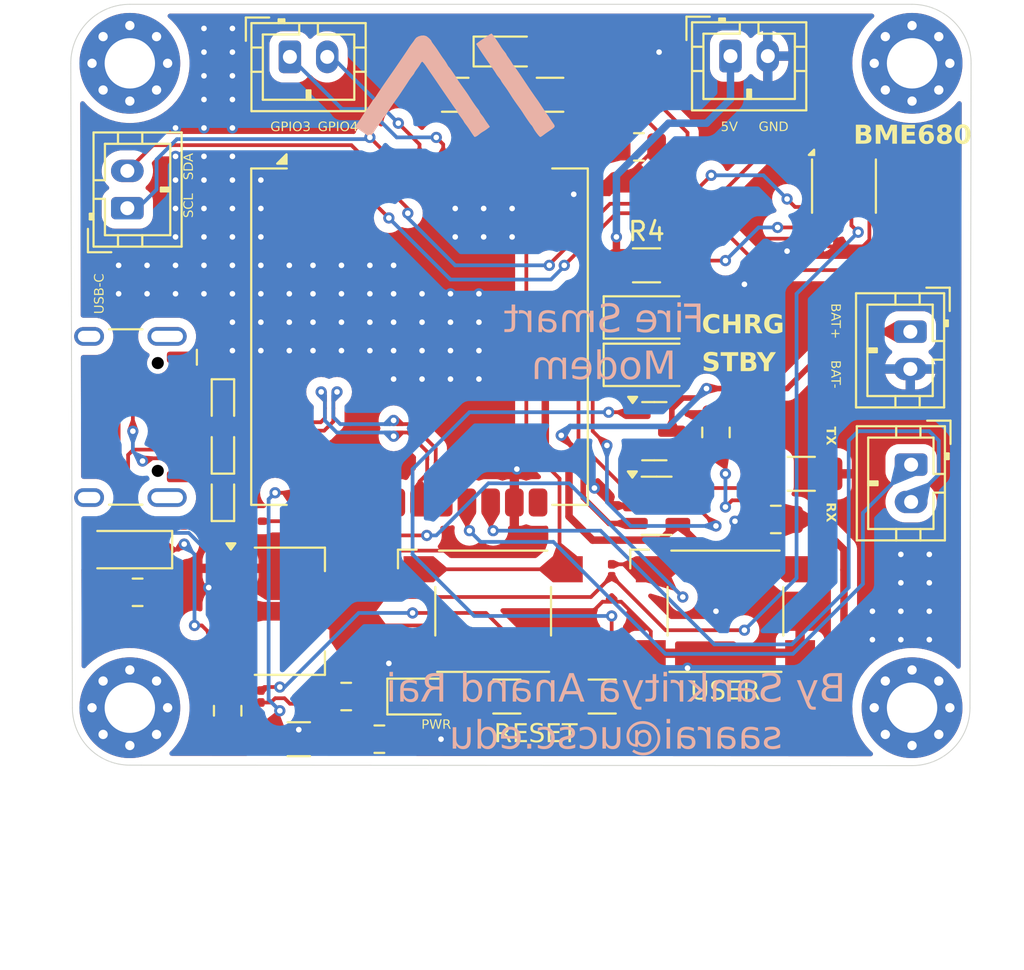
<source format=kicad_pcb>
(kicad_pcb (version 20240108) (generator "pcbnew") (generator_version "8.0")
  (layers (0 "F.Cu" signal) (31 "B.Cu" signal) (34 "B.Paste" user) (35 "F.Paste" user) (36 "B.SilkS" user "B.Silkscreen") (37 "F.SilkS" user "F.Silkscreen") (38 "B.Mask" user) (39 "F.Mask" user) (44 "Edge.Cuts" user))
  (net 0 "")
  (net 1 "5V")
  (net 2 "GND")
  (net 3 "3v3")
  (net 4 "CHIP_PU")
  (net 5 "Net-(U1-GPIO0)")
  (net 6 "Net-(U1-GPIO1)")
  (net 7 "Net-(U1-VDD)")
  (net 8 "Net-(D1-A2)")
  (net 9 "D-")
  (net 10 "D+")
  (net 11 "Net-(D5-K)")
  (net 12 "Net-(D5-A)")
  (net 13 "Net-(D6-K)")
  (net 14 "Net-(D7-A)")
  (net 17 "Net-(J1-CC1)")
  (net 18 "Net-(J1-CC2)")
  (net 19 "VBATT")
  (net 20 "TX")
  (net 21 "RX")
  (net 22 "Net-(Q1-G)")
  (net 23 "Net-(U2-PROG)")
  (net 24 "GPIO9")
  (net 25 "SCL")
  (net 26 "SDA")
  (net 28 "unconnected-(U1-GPIO8-Pad16)")
  (net 33 "GPIO3")
  (net 34 "GPIO4")
  (footprint "Resistor_SMD:R_0201_0603Metric" (layer "F.Cu") (at 99.822 81.28)
    (property "Reference" "R2" (hide yes))
    (property "Value" "5k1")
  )
  (footprint "Capacitor_SMD:C_0805_2012Metric" (layer "F.Cu") (at 108.204 90.424 180)
    (property "Reference" "C6" (hide yes))
    (property "Value" "10uF")
  )
  (footprint "Connector_JST:JST_PH_B2B-PH-K_1x02_P2.00mm_Vertical" (layer "F.Cu") (at 96.478 64.246 90)
    (property "Reference" "J6" (hide yes))
    (property "Value" "RX_TX")
  )
  (footprint "Fuse:Fuse_1206_3216Metric_Pad1.42x1.75mm_HandSolder" (layer "F.Cu") (at 105.664 92.71 180)
    (property "Reference" "F2" (hide yes))
    (property "Value" "6V/500mA")
  )
  (footprint "MountingHole:MountingHole_2.7mm_M2.5_Pad_Via" (layer "F.Cu") (at 138.522109 56.480109)
    (property "Reference" "H3" (hide yes))
    (property "Value" "MountingHole")
  )
  (footprint "Resistor_SMD:R_1206_3216Metric_Pad1.30x1.75mm_HandSolder" (layer "F.Cu") (at 121.92 90.424)
    (property "Reference" "R5" (hide yes))
    (property "Value" "1k")
  )
  (footprint "Capacitor_SMD:C_0201_0603Metric" (layer "F.Cu") (at 132.842 65.532 90)
    (property "Reference" "C14" (hide yes))
    (property "Value" "0.1uF")
  )
  (footprint "RF_Module:Heltec_HT-CT62" (layer "F.Cu") (at 112.1325 71.133)
    (property "Reference" "U1" (hide yes))
    (property "Value" "HT-CT62")
  )
  (footprint "Resistor_SMD:R_0201_0603Metric" (layer "F.Cu") (at 119.217 60.198)
    (property "Reference" "R7" (hide yes))
    (property "Value" "10k")
  )
  (footprint "MountingHole:MountingHole_2.7mm_M2.5_Pad_Via" (layer "F.Cu") (at 96.612109 56.480109)
    (property "Reference" "H1" (hide yes))
    (property "Value" "MountingHole")
  )
  (footprint "Resistor_SMD:R_0201_0603Metric" (layer "F.Cu") (at 126.492 65.09 -90)
    (property "Reference" "R10" (hide yes))
    (property "Value" "4.7k")
  )
  (footprint "Button_Switch_SMD:SW_SPST_Omron_B3FS-100xP" (layer "F.Cu") (at 116.078 85.852)
    (property "Reference" "SW2" (hide yes))
    (property "Value" "SW_Push")
  )
  (footprint "Diode_SMD:D_0805_2012Metric_Pad1.15x1.40mm_HandSolder" (layer "F.Cu") (at 112.268 90.424)
    (property "Reference" "D7" (hide yes))
    (property "Value" "PWR_LED")
  )
  (footprint "Diode_SMD:D_SOD-523" (layer "F.Cu") (at 101.6 77.216 90)
    (property "Reference" "D4" (hide yes))
    (property "Value" "LESD5D5.0CT1G")
  )
  (footprint "Package_LGA:Bosch_LGA-8_3x3mm_P0.8mm_ClockwisePinNumbering" (layer "F.Cu") (at 134.874 62.992)
    (property "Reference" "U4" (hide yes))
    (property "Value" "BME680")
  )
  (footprint "Crystal:Crystal_SMD_2012-2Pin_2.0x1.2mm_HandSoldering" (layer "F.Cu") (at 116.682311 55.847524)
    (property "Reference" "Y1" (hide yes))
    (property "Value" "32.768Khz")
  )
  (footprint "Capacitor_SMD:C_0805_2012Metric" (layer "F.Cu") (at 123.886 60.96 180)
    (property "Reference" "C10" (hide yes))
    (property "Value" "1uF")
  )
  (footprint "Connector_JST:JST_PH_B2B-PH-K_1x02_P2.00mm_Vertical" (layer "F.Cu") (at 138.472 77.994 -90)
    (property "Reference" "J3" (hide yes))
    (property "Value" "RX_TX")
  )
  (footprint "Resistor_SMD:R_1206_3216Metric" (layer "F.Cu") (at 124.2955 67.31)
    (property "Reference" "R4")
    (property "Value" "1k")
  )
  (footprint "Capacitor_SMD:C_0805_2012Metric" (layer "F.Cu") (at 97.028 84.836)
    (property "Reference" "C1" (hide yes))
    (property "Value" "10uF")
  )
  (footprint "Diode_SMD:D_SOD-523" (layer "F.Cu") (at 101.6 74.676 -90)
    (property "Reference" "D3" (hide yes))
    (property "Value" "LESD5D5.0CT1G")
  )
  (footprint "Connector_USB:USB_C_Receptacle_HCTL_HC-TYPE-C-16P-01A" (layer "F.Cu") (at 95.504 75.438 -90)
    (property "Reference" "J1" (hide yes))
    (property "Value" "USB_C_Receptacle_USB2.0_16P")
  )
  (footprint "Capacitor_SMD:C_0201_0603Metric" (layer "F.Cu") (at 103.632 90.424 -90)
    (property "Reference" "C5" (hide yes))
    (property "Value" "0.1uF")
  )
  (footprint "Connector_JST:JST_PH_B2B-PH-K_1x02_P2.00mm_Vertical" (layer "F.Cu") (at 138.43 70.866 -90)
    (property "Reference" "J2" (hide yes))
    (property "Value" "JST_BATT_CONN")
  )
  (footprint "LED_SMD:LED_1206_3216Metric_Pad1.42x1.75mm_HandSolder" (layer "F.Cu") (at 124.46 72.644)
    (property "Reference" "D6" (hide yes))
    (property "Value" "LED")
  )
  (footprint "Resistor_SMD:R_0201_0603Metric" (layer "F.Cu") (at 122.428 83.657 -90)
    (property "Reference" "R8" (hide yes))
    (property "Value" "10k")
  )
  (footprint "Capacitor_SMD:C_1206_3216Metric_Pad1.33x1.80mm_HandSolder" (layer "F.Cu") (at 119.126 58.166 180)
    (property "Reference" "C11" (hide yes))
    (property "Value" "22pF")
  )
  (footprint "MountingHole:MountingHole_2.7mm_M2.5_Pad_Via" (layer "F.Cu") (at 138.522109 91.024109)
    (property "Reference" "H2" (hide yes))
    (property "Value" "MountingHole")
  )
  (footprint "Capacitor_SMD:C_0805_2012Metric" (layer "F.Cu") (at 128.016 76.266 90)
    (property "Reference" "C3" (hide yes))
    (property "Value" "1uF")
  )
  (footprint "Resistor_SMD:R_1206_3216Metric_Pad1.30x1.75mm_HandSolder" (layer "F.Cu") (at 116.814 90.424 180)
    (property "Reference" "R6" (hide yes))
    (property "Value" "1k")
  )
  (footprint "Capacitor_SMD:C_0201_0603Metric" (layer "F.Cu") (at 105.918 90.49 -90)
    (property "Reference" "C7" (hide yes))
    (property "Value" "0.1uF")
  )
  (footprint "Capacitor_SMD:C_0805_2012Metric" (layer "F.Cu") (at 131.2225 80.933)
    (property "Reference" "C2" (hide yes))
    (property "Value" "10uF")
  )
  (footprint "Capacitor_SMD:C_0201_0603Metric" (layer "F.Cu") (at 121.158 60.198)
    (property "Reference" "C9" (hide yes))
    (property "Value" "0.1uF")
  )
  (footprint "Button_Switch_SMD:SW_SPST_Omron_B3FS-100xP" (layer "F.Cu") (at 128.524 85.852)
    (property "Reference" "SW1" (hide yes))
    (property "Value" "SW_Push")
  )
  (footprint "Resistor_SMD:R_0201_0603Metric" (layer "F.Cu") (at 126.492 63.5 90)
    (property "Reference" "R9" (hide yes))
    (property "Value" "4.7k")
  )
  (footprint "Diode_SMD:D_SOD-523" (layer "F.Cu") (at 101.6 79.756 90)
    (property "Reference" "D1" (hide yes))
    (property "Value" "LESD5D5.0CT1G")
  )
  (footprint "Package_TO_SOT_SMD:SOT-223-3_TabPin2" (layer "F.Cu") (at 105.156 85.852)
    (property "Reference" "U3" (hide yes))
    (property "Value" "AMS1117-3.3")
  )
  (footprint "MountingHole:MountingHole_2.7mm_M2.5_Pad_Via" (layer "F.Cu") (at 96.612109 91.024109)
    (property "Reference" "H4" (hide yes))
    (property "Value" "MountingHole")
  )
  (footprint "Package_TO_SOT_SMD:SOT-23" (layer "F.Cu") (at 124.714 76.2)
    (property "Reference" "Q1" (hide yes))
    (property "Value" "AO3401A")
  )
  (footprint "Connector_JST:JST_PH_B2B-PH-K_1x02_P2.00mm_Vertical" (layer "F.Cu") (at 128.794 56.092)
    (property "Reference" "J5" (hide yes))
    (property "Value" "5V")
  )
  (footprint "Capacitor_SMD:C_0805_2012Metric" (layer "F.Cu") (at 101.854 91.186 90)
    (property "Reference" "C4" (hide yes))
    (property "Value" "10uF")
  )
  (footprint "Resistor_SMD:R_0201_0603Metric" (layer "F.Cu") (at 101.345 72.644 90)
    (property "Reference" "R1" (hide yes))
    (property "Value" "5k1")
  )
  (footprint "Diode_SMD:D_SOD-123" (layer "F.Cu") (at 96.52 82.55 180)
    (property "Reference" "D2" (hide yes))
    (property "Value" "1N5819HW-7-F")
  )
  (footprint "Connector_JST:JST_PH_B2B-PH-K_1x02_P2.00mm_Vertical" (layer "F.Cu") (at 105.188 56.134)
    (property "Reference" "J4" (hide yes))
    (property "Value" "FREE_PINS")
  )
  (footprint "LED_SMD:LED_1206_3216Metric_Pad1.42x1.75mm_HandSolder" (layer "F.Cu") (at 124.46 70.104)
    (property "Reference" "D5" (hide yes))
    (property "Value" "LED")
  )
  (footprint "Capacitor_SMD:C_0805_2012Metric" (layer "F.Cu") (at 109.982 92.71)
    (property "Reference" "C8" (hide yes))
    (property "Value" "10uF")
  )
  (footprint "Capacitor_SMD:C_0201_0603Metric" (layer "F.Cu") (at 133.604 65.532 -90)
    (property "Reference" "C15" (hide yes))
    (property "Value" "0.1uF")
  )
  (footprint "Package_TO_SOT_SMD:TSOT-23-6" (layer "F.Cu") (at 124.8355 80.198)
    (property "Reference" "U2" (hide yes))
    (property "Value" "TP4057")
  )
  (footprint "Resistor_SMD:R_1206_3216Metric_Pad1.30x1.75mm_HandSolder" (layer "F.Cu") (at 132.588 78.486)
    (property "Reference" "R3" (hide yes))
    (property "Value" "2k")
  )
  (footprint "Capacitor_SMD:C_1206_3216Metric_Pad1.33x1.80mm_HandSolder" (layer "F.Cu") (at 114.046 58.166)
    (property "Reference" "C12" (hide yes))
    (property "Value" "22pF")
  )
  (footprint "Capacitor_SMD:C_0201_0603Metric" (layer "F.Cu") (at 103.378 81.026)
    (property "Reference" "C13" (hide yes))
    (property "Value" "0.1uF")
  )
  (footprint "LOGO" (layer "B.Cu") (at 114.046 57.658 180)
    (property "Reference" "G***" (hide yes))
    (property "Value" "LOGO" (hide yes))
  )
  (gr_arc (start 138.522109 53.31678) (mid 140.75892 54.243298) (end 141.685438 56.480109) (stroke (width 0.05)) (layer "Edge.Cuts"))
  (gr_line (start 141.685438 56.480109) (end 141.624739 91.024109) (stroke (width 0.05)) (layer "Edge.Cuts"))
  (gr_line (start 96.612109 53.31678) (end 138.522109 53.31678) (stroke (width 0.05)) (layer "Edge.Cuts"))
  (gr_line (start 93.533855 91.024109) (end 93.44878 56.480109) (stroke (width 0.05)) (layer "Edge.Cuts"))
  (gr_line (start 96.612109 94.102363) (end 138.522109 94.126739) (stroke (width 0.05)) (layer "Edge.Cuts"))
  (gr_arc (start 141.624739 91.024109) (mid 140.716 93.218) (end 138.522109 94.126739) (stroke (width 0.05)) (layer "Edge.Cuts"))
  (gr_arc (start 93.44878 56.480109) (mid 94.375298 54.243298) (end 96.612109 53.31678) (stroke (width 0.05)) (layer "Edge.Cuts"))
  (gr_arc (start 96.612109 94.102363) (mid 94.435455 93.200763) (end 93.533855 91.024109) (stroke (width 0.05)) (layer "Edge.Cuts"))
  (gr_text "Fire Smart\nModem" (at 122.01 71.524 0) (layer "B.SilkS") (effects (font (size 1.5 1.5)) (justify mirror)))
  (gr_text "By Sankritya Anand Rai\nsaarai@ucsc.edu" (at 122.647064 91.334 0) (layer "B.SilkS") (effects (font (size 1.5 1.5)) (justify mirror)))
  (gr_text "BAT+" (at 134.112 69.342 -90) (layer "F.SilkS") (effects (font (size 0.5 0.5) (thickness 0.125)) (justify left bottom)))
  (gr_text "CHRG" (at 127.254 71.12 0) (layer "F.SilkS") (effects (font (size 1 1) (thickness 0.25) (bold yes)) (justify left bottom)))
  (gr_text "BME680" (at 135.382 60.96 0) (layer "F.SilkS") (effects (font (size 1 1) (thickness 0.25) (bold yes)) (justify left bottom)))
  (gr_text "GPIO3" (at 104.14 60.198 0) (layer "F.SilkS") (effects (font (size 0.5 0.5) (thickness 0.125)) (justify left bottom)))
  (gr_text "GND" (at 130.302 60.198 0) (layer "F.SilkS") (effects (font (size 0.5 0.5) (thickness 0.125)) (justify left bottom)))
  (gr_text "RESET" (at 118.364 92.456 0) (layer "F.SilkS") (effects (font (size 1 1))))
  (gr_text "USER" (at 128.524 90.17 0) (layer "F.SilkS") (effects (font (size 1 1))))
  (gr_text "SDA" (at 100.076 62.738 90) (layer "F.SilkS") (effects (font (size 0.5 0.5) (thickness 0.125)) (justify left bottom)))
  (gr_text "PWR" (at 113.03 91.948 0) (layer "F.SilkS") (effects (font (size 0.5 0.5) (thickness 0.125))))
  (gr_text "TX" (at 133.858 75.946 270) (layer "F.SilkS") (effects (font (size 0.5 0.5) (thickness 0.125) (bold yes)) (justify left bottom)))
  (gr_text "RX" (at 133.858 80.01 -90) (layer "F.SilkS") (effects (font (size 0.5 0.5) (thickness 0.125) (bold yes)) (justify left bottom)))
  (gr_text "GPIO4" (at 106.68 60.198 0) (layer "F.SilkS") (effects (font (size 0.5 0.5) (thickness 0.125)) (justify left bottom)))
  (gr_text "STBY" (at 127.254 73.152 0) (layer "F.SilkS") (effects (font (size 1 1) (thickness 0.25) (bold yes)) (justify left bottom)))
  (gr_text "USB-C" (at 94.996 68.834 90) (layer "F.SilkS") (effects (font (size 0.5 0.5) (thickness 0.125))))
  (gr_text "5V" (at 128.27 60.198 0) (layer "F.SilkS") (effects (font (size 0.5 0.5) (thickness 0.125)) (justify left bottom)))
  (gr_text "SCL" (at 100.076 64.77 90) (layer "F.SilkS") (effects (font (size 0.5 0.5) (thickness 0.125)) (justify left bottom)))
  (gr_text "BAT-" (at 134.112 72.39 -90) (layer "F.SilkS") (effects (font (size 0.5 0.5) (thickness 0.125)) (justify left bottom)))
  (segment (start 104.648 89.916) (end 103.82 89.916) (width 0.2) (layer "F.Cu") (net 1))
  (segment (start 97.978 82.742) (end 98.17 82.55) (width 0.2) (layer "F.Cu") (net 1))
  (segment (start 125.079 82.042) (end 125.973 81.148) (width 0.4) (layer "F.Cu") (net 1))
  (segment (start 132.1725 80.933) (end 131.1475 79.908) (width 0.2) (layer "F.Cu") (net 1))
  (segment (start 130.8095 82.296) (end 132.1725 80.933) (width 0.4) (layer "F.Cu") (net 1))
  (segment (start 134.874 82.55) (end 134.874 83.6345) (width 0.4) (layer "F.Cu") (net 1))
  (segment (start 134.874 90.17) (end 133.604 91.44) (width 0.4) (layer "F.Cu") (net 1))
  (segment (start 120.173744 90.424) (end 115.693744 85.944) (width 0.2) (layer "F.Cu") (net 1))
  (segment (start 127.121 82.296) (end 130.8095 82.296) (width 0.4) (layer "F.Cu") (net 1))
  (segment (start 103.82 89.916) (end 103.632 90.104) (width 0.2) (layer "F.Cu") (net 1))
  (segment (start 101.854 88.304) (end 102.006 88.152) (width 0.2) (layer "F.Cu") (net 1))
  (segment (start 122.833 67.31) (end 121.92 67.31) (width 0.4) (layer "F.Cu") (net 1))
  (segment (start 118.872 76.962) (end 120.142 78.232) (width 0.4) (layer "F.Cu") (net 1))
  (segment (start 99.524735 82.252735) (end 99.22747 82.55) (width 0.2) (layer "F.Cu") (net 1))
  (segment (start 127.508 91.44) (end 126.746 92.202) (width 0.4) (layer "F.Cu") (net 1))
  (segment (start 125.973 81.148) (end 127.121 82.296) (width 0.4) (layer "F.Cu") (net 1))
  (segment (start 115.693744 85.944) (end 111.76 85.944) (width 0.2) (layer "F.Cu") (net 1))
  (segment (start 131.1475 79.908) (end 128.88 79.908) (width 0.2) (layer "F.Cu") (net 1))
  (segment (start 128.524 78.486) (end 128.524 77.724) (width 0.2) (layer "F.Cu") (net 1))
  (segment (start 126.746 92.202) (end 122.148 92.202) (width 0.4) (layer "F.Cu") (net 1))
  (segment (start 120.142 78.232) (end 120.142 80.772) (width 0.4) (layer "F.Cu") (net 1))
  (segment (start 97.978 84.836) (end 97.978 82.742) (width 0.2) (layer "F.Cu") (net 1))
  (segment (start 101.986 90.104) (end 101.854 90.236) (width 0.2) (layer "F.Cu") (net 1))
  (segment (start 133.257 80.933) (end 134.874 82.55) (width 0.4) (layer "F.Cu") (net 1))
  (segment (start 128.88 79.908) (end 128.524 80.264) (width 0.2) (layer "F.Cu") (net 1))
  (segment (start 120.142 80.772) (end 121.412 82.042) (width 0.4) (layer "F.Cu") (net 1))
  (segment (start 100.468 86.614) (end 100.076 86.614) (width 0.2) (layer "F.Cu") (net 1))
  (segment (start 122.148 92.202) (end 120.37 90.424) (width 0.4) (layer "F.Cu") (net 1))
  (segment (start 121.92 67.31) (end 118.872 70.358) (width 0.4) (layer "F.Cu") (net 1))
  (segment (start 102.006 88.152) (end 100.468 86.614) (width 0.2) (layer "F.Cu") (net 1))
  (segment (start 128.524 77.724) (end 128.016 77.216) (width 0.2) (layer "F.Cu") (net 1))
  (segment (start 133.604 91.44) (end 127.508 91.44) (width 0.4) (layer "F.Cu") (net 1))
  (segment (start 134.874 83.6345) (end 134.874 90.17) (width 0.4) (layer "F.Cu") (net 1))
  (segment (start 123.7765 77.15) (end 127.95 77.15) (width 0.2) (layer "F.Cu") (net 1))
  (segment (start 121.412 82.042) (end 125.079 82.042) (width 0.4) (layer "F.Cu") (net 1))
  (segment (start 122.682 65.786) (end 122.682 67.159) (width 0.4) (layer "F.Cu") (net 1))
  (segment (start 103.632 90.104) (end 101.986 90.104) (width 0.2) (layer "F.Cu") (net 1))
  (segment (start 127.95 77.15) (end 128.016 77.216) (width 0.2) (layer "F.Cu") (net 1))
  (segment (start 132.1725 80.933) (end 133.257 80.933) (width 0.4) (layer "F.Cu") (net 1))
  (segment (start 120.37 90.424) (end 120.173744 90.424) (width 0.2) (layer "F.Cu") (net 1))
  (segment (start 118.872 70.358) (end 118.872 76.962) (width 0.4) (layer "F.Cu") (net 1))
  (segment (start 98.17 83.12) (end 98.17 82.55) (width 0.2) (layer "F.Cu") (net 1))
  (segment (start 99.22747 82.55) (end 98.17 82.55) (width 0.2) (layer "F.Cu") (net 1))
  (segment (start 122.682 67.159) (end 122.833 67.31) (width 0.4) (layer "F.Cu") (net 1))
  (segment (start 101.854 90.236) (end 101.854 88.304) (width 0.2) (layer "F.Cu") (net 1))
  (via (at 111.76 85.944) (size 0.6) (drill 0.3) (layers "F.Cu" "B.Cu") (net 1))
  (via (at 104.648 89.916) (size 0.6) (drill 0.3) (layers "F.Cu" "B.Cu") (net 1))
  (via (at 128.524 78.486) (size 0.6) (drill 0.3) (layers "F.Cu" "B.Cu") (net 1))
  (via (at 122.682 65.786) (size 0.6) (drill 0.3) (layers "F.Cu" "B.Cu") (net 1))
  (via (at 128.524 80.264) (size 0.6) (drill 0.3) (layers "F.Cu" "B.Cu") (net 1))
  (via (at 99.524735 82.252735) (size 0.6) (drill 0.3) (layers "F.Cu" "B.Cu") (net 1))
  (via (at 100.076 86.614) (size 0.6) (drill 0.3) (layers "F.Cu" "B.Cu") (net 1))
  (segment (start 128.794 58.404) (end 128.794 56.092) (width 0.4) (layer "B.Cu") (net 1))
  (segment (start 122.682 65.786) (end 122.682 62.484) (width 0.4) (layer "B.Cu") (net 1))
  (segment (start 125.476 59.69) (end 127.508 59.69) (width 0.4) (layer "B.Cu") (net 1))
  (segment (start 99.524735 82.252735) (end 100.076 82.804) (width 0.2) (layer "B.Cu") (net 1))
  (segment (start 100.076 82.804) (end 100.076 86.614) (width 0.2) (layer "B.Cu") (net 1))
  (segment (start 127.508 59.69) (end 128.794 58.404) (width 0.4) (layer "B.Cu") (net 1))
  (segment (start 108.874 85.944) (end 111.76 85.944) (width 0.2) (layer "B.Cu") (net 1))
  (segment (start 104.902 89.916) (end 108.874 85.944) (width 0.2) (layer "B.Cu") (net 1))
  (segment (start 104.648 89.916) (end 104.902 89.916) (width 0.2) (layer "B.Cu") (net 1))
  (segment (start 122.682 62.484) (end 125.476 59.69) (width 0.4) (layer "B.Cu") (net 1))
  (segment (start 128.524 80.264) (end 128.524 78.486) (width 0.2) (layer "B.Cu") (net 1))
  (segment (start 106.172 77.724) (end 107.0525 78.6045) (width 0.2) (layer "F.Cu") (net 2))
  (segment (start 104.14 77.724) (end 106.172 77.724) (width 0.2) (layer "F.Cu") (net 2))
  (segment (start 130.394 65.878) (end 132.816 65.878) (width 0.2) (layer "F.Cu") (net 2))
  (segment (start 136.074 63.917001) (end 135.685842 63.528843) (width 0.2) (layer "F.Cu") (net 2))
  (segment (start 110.49 88.646) (end 111.534 88.646) (width 0.2) (layer "F.Cu") (net 2))
  (segment (start 103.058 81.026) (end 102.964 80.932) (width 0.2) (layer "F.Cu") (net 2))
  (segment (start 110.932 92.71) (end 110.932 90.735) (width 0.2) (layer "F.Cu") (net 2))
  (segment (start 104.171471 90.744) (end 104.399471 90.516) (width 0.2) (layer "F.Cu") (net 2))
  (segment (start 135.685842 63.528843) (end 134.862158 63.528843) (width 0.2) (layer "F.Cu") (net 2))
  (segment (start 101.6 80.456) (end 102.488 80.456) (width 0.2) (layer "F.Cu") (net 2))
  (segment (start 121.936 85.344) (end 120.078 87.202) (width 0.2) (layer "F.Cu") (net 2))
  (segment (start 113.284 92.71) (end 110.932 92.71) (width 0.2) (layer "F.Cu") (net 2))
  (segment (start 102.964 80.932) (end 102.964 78.9) (width 0.2) (layer "F.Cu") (net 2))
  (segment (start 136.074 64.1795) (end 136.236 64.3415) (width 0.2) (layer "F.Cu") (net 2))
  (segment (start 134.474 63.917001) (end 134.474 64.1795) (width 0.2) (layer "F.Cu") (net 2))
  (segment (start 117.2125 81.6695) (end 117.2125 80.023) (width 0.2) (layer "F.Cu") (net 2))
  (segment (start 122.296 63.5) (end 120.396 63.5) (width 0.2) (layer "F.Cu") (net 2))
  (segment (start 116.28 82.602) (end 117.2125 81.6695) (width 0.2) (layer "F.Cu") (net 2))
  (segment (start 120.078 87.202) (end 120.078 88.102) (width 0.2) (layer "F.Cu") (net 2))
  (segment (start 129.125 80.933) (end 129.032 81.026) (width 0.2) (layer "F.Cu") (net 2))
  (segment (start 110.49 88.646) (end 109.154 89.982) (width 0.2) (layer "F.Cu") (net 2))
  (segment (start 124.836 60.066) (end 124.836 60.96) (width 0.2) (layer "F.Cu") (net 2))
  (segment (start 102.006 83.552) (end 102.956 82.602) (width 0.2) (layer "F.Cu") (net 2))
  (segment (start 101.6 80.456) (end 100.966 80.456) (width 0.2) (layer "F.Cu") (net 2))
  (segment (start 122.24 59.436) (end 124.206 59.436) (width 0.2) (layer "F.Cu") (net 2))
  (segment (start 110.932 90.735) (end 111.243 90.424) (width 0.2) (layer "F.Cu") (net 2))
  (segment (start 111.534 88.646) (end 112.078 88.102) (width 0.2) (layer "F.Cu") (net 2))
  (segment (start 100.976 84.582) (end 102.006 83.552) (width 0.2) (layer "F.Cu") (net 2))
  (segment (start 124.524 86.932) (end 122.936 85.344) (width 0.2) (layer "F.Cu") (net 2))
  (segment (start 102.488 80.456) (end 103.058 81.026) (width 0.2) (layer "F.Cu") (net 2))
  (segment (start 134.862158 63.528843) (end 134.474 63.917001) (width 0.2) (layer "F.Cu") (net 2))
  (segment (start 105.918 91.948) (end 105.664 92.202) (width 0.2) (layer "F.Cu") (net 2))
  (segment (start 107.0525 78.6045) (end 107.0525 80.023) (width 0.2) (layer "F.Cu") (net 2))
  (segment (start 102.956 82.602) (end 116.28 82.602) (width 0.2) (layer "F.Cu") (net 2))
  (segment (start 132.842 65.852) (end 133.604 65.852) (width 0.2) (layer "F.Cu") (net 2))
  (segment (start 110.49 88.646) (end 111.243 89.399) (width 0.2) (layer "F.Cu") (net 2))
  (segment (start 124.524 88.102) (end 124.524 86.932) (width 0.2) (layer "F.Cu") (net 2))
  (segment (start 100.191448 78.638) (end 101.6 80.046552) (width 0.2) (layer "F.Cu") (net 2))
  (segment (start 101.854 92.136) (end 103.246 90.744) (width 0.2) (layer "F.Cu") (net 2))
  (segment (start 136.236 65.948) (end 135.89 66.294) (width 0.2) (layer "F.Cu") (net 2))
  (segment (start 133.674 61.8045) (end 131.4895 61.8045) (width 0.2) (layer "F.Cu") (net 2))
  (segment (start 122.454 80.198) (end 121.504 79.248) (width 0.2) (layer "F.Cu") (net 2))
  (segment (start 134.046 66.294) (end 133.604 65.852) (width 0.2) (layer "F.Cu") (net 2))
  (segment (start 132.522 65.852) (end 132.842 65.852) (width 0.2) (layer "F.Cu") (net 2))
  (segment (start 135.89 66.294) (end 134.046 66.294) (width 0.2) (layer "F.Cu") (net 2))
  (segment (start 103.632 90.744) (end 104.171471 90.744) (width 0.2) (layer "F.Cu") (net 2))
  (segment (start 102.964 78.9) (end 104.14 77.724) (width 0.2) (layer "F.Cu") (net 2))
  (segment (start 124.836 60.96) (end 122.296 63.5) (width 0.2) (layer "F.Cu") (net 2))
  (segment (start 105.190529 90.81) (end 105.918 90.81) (width 0.2) (layer "F.Cu") (net 2))
  (segment (start 122.936 85.344) (end 121.936 85.344) (width 0.2) (layer "F.Cu") (net 2))
  (segment (start 130.048 63.246) (end 130.048 65.532) (width 0.2) (layer "F.Cu") (net 2))
  (segment (start 104.896529 90.516) (end 105.190529 90.81) (width 0.2) (layer "F.Cu") (net 2))
  (segment (start 131.4895 61.8045) (end 130.048 63.246) (width 0.2) (layer "F.Cu") (net 2))
  (segment (start 121.478 60.198) (end 122.24 59.436) (width 0.2) (layer "F.Cu") (net 2))
  (segment (start 109.154 89.982) (end 109.154 90.424) (width 0.2) (layer "F.Cu") (net 2))
  (segment (start 130.2725 80.933) (end 129.125 80.933) (width 0.2) (layer "F.Cu") (net 2))
  (segment (start 124.206 59.436) (end 124.836 60.066) (width 0.2) (layer "F.Cu") (net 2))
  (segment (start 136.236 64.3415) (end 136.236 65.948) (width 0.2) (layer "F.Cu") (net 2))
  (segment (start 130.048 65.532) (end 130.394 65.878) (width 0.2) (layer "F.Cu") (net 2))
  (segment (start 123.698 80.198) (end 122.454 80.198) (width 0.2) (layer "F.Cu") (net 2))
  (segment (start 132.816 65.878) (end 132.842 65.852) (width 0.2) (layer "F.Cu") (net 2))
  (segment (start 131.826 66.548) (end 132.522 65.852) (width 0.2) (layer "F.Cu") (net 2))
  (segment (start 105.918 90.81) (end 105.918 91.948) (width 0.2) (layer "F.Cu") (net 2))
  (segment (start 103.246 90.744) (end 103.632 90.744) (width 0.2) (layer "F.Cu") (net 2))
  (segment (start 99.249 78.638) (end 100.191448 78.638) (width 0.2) (layer "F.Cu") (net 2))
  (segment (start 100.966 80.456) (end 100.142 81.28) (width 0.2) (layer "F.Cu") (net 2))
  (segment (start 136.074 64.1795) (end 136.074 63.917001) (width 0.2) (layer "F.Cu") (net 2))
  (segment (start 104.399471 90.516) (end 104.896529 90.516) (width 0.2) (layer "F.Cu") (net 2))
  (segment (start 100.838 84.582) (end 100.976 84.582) (width 0.2) (layer "F.Cu") (net 2))
  (segment (start 111.243 89.399) (end 111.243 90.424) (width 0.2) (layer "F.Cu") (net 2))
  (segment (start 101.6 80.046552) (end 101.6 80.456) (width 0.2) (layer "F.Cu") (net 2))
  (via (at 105.156 68.834) (size 0.6) (drill 0.3) (layers "F.Cu" "B.Cu") (net 2))
  (via (at 112.268 71.882) (size 0.6) (drill 0.3) (layers "F.Cu" "B.Cu") (net 2))
  (via (at 109.474 71.882) (size 0.6) (drill 0.3) (layers "F.Cu" "B.Cu") (net 2))
  (via (at 100.584 61.468) (size 0.6) (drill 0.3) (layers "F.Cu" "B.Cu") (net 2))
  (via (at 100.584 67.31) (size 0.6) (drill 0.3) (layers "F.Cu" "B.Cu") (net 2))
  (via (at 112.268 70.358) (size 0.6) (drill 0.3) (layers "F.Cu" "B.Cu") (net 2))
  (via (at 100.584 54.61) (size 0.6) (drill 0.3) (layers "F.Cu" "B.Cu") (net 2))
  (via (at 121.504 79.248) (size 0.6) (drill 0.3) (layers "F.Cu" "B.Cu") (net 2))
  (via (at 103.632 65.786) (size 0.6) (drill 0.3) (layers "F.Cu" "B.Cu") (net 2))
  (via (at 105.664 92.202) (size 0.6) (drill 0.3) (layers "F.Cu" "B.Cu") (net 2))
  (via (at 115.316 73.406) (size 0.6) (drill 0.3) (layers "F.Cu" "B.Cu") (net 2))
  (via (at 102.108 62.738) (size 0.6) (drill 0.3) (layers "F.Cu" "B.Cu") (net 2))
  (via (at 109.474 67.31) (size 0.6) (drill 0.3) (layers "F.Cu" "B.Cu") (net 2))
  (via (at 112.268 73.406) (size 0.6) (drill 0.3) (layers "F.Cu" "B.Cu") (net 2))
  (via (at 102.108 64.262) (size 0.6) (drill 0.3) (layers "F.Cu" "B.Cu") (net 2))
  (via (at 100.584 68.834) (size 0.6) (drill 0.3) (layers "F.Cu" "B.Cu") (net 2))
  (via (at 103.632 67.31) (size 0.6) (drill 0.3) (layers "F.Cu" "B.Cu") (net 2))
  (via (at 110.744 70.358) (size 0.6) (drill 0.3) (layers "F.Cu" "B.Cu") (net 2))
  (via (at 107.95 70.358) (size 0.6) (drill 0.3) (layers "F.Cu" "B.Cu") (net 2))
  (via (at 110.744 71.882) (size 0.6) (drill 0.3) (layers "F.Cu" "B.Cu") (net 2))
  (via (at 139.446 82.804) (size 0.6) (drill 0.3) (layers "F.Cu" "B.Cu") (net 2))
  (via (at 102.108 61.468) (size 0.6) (drill 0.3) (layers "F.Cu" "B.Cu") (net 2))
  (via (at 106.426 68.834) (size 0.6) (drill 0.3) (layers "F.Cu" "B.Cu") (net 2))
  (via (at 126.492 88.9) (size 0.6) (drill 0.3) (layers "F.Cu" "B.Cu") (net 2))
  (via (at 102.108 55.88) (size 0.6) (drill 0.3) (layers "F.Cu" "B.Cu") (net 2))
  (via (at 100.838 84.582) (size 0.6) (drill 0.3) (layers "F.Cu" "B.Cu") (net 2))
  (via (at 137.922 82.804) (size 0.6) (drill 0.3) (layers "F.Cu" "B.Cu") (net 2))
  (via (at 120.396 63.5) (size 0.6) (drill 0.3) (layers "F.Cu" "B.Cu") (net 2))
  (via (at 112.268 68.834) (size 0.6) (drill 0.3) (layers "F.Cu" "B.Cu") (net 2))
  (via (at 113.792 71.882) (size 0.6) (drill 0.3) (layers "F.Cu" "B.Cu") (net 2))
  (via (at 107.95 71.882) (size 0.6) (drill 0.3) (layers "F.Cu" "B.Cu") (net 2))
  (via (at 102.108 68.834) (size 0.6) (drill 0.3) (layers "F.Cu" "B.Cu") (net 2))
  (via (at 100.584 64.262) (size 0.6) (drill 0.3) (layers "F.Cu" "B.Cu") (net 2))
  (via (at 99.06 62.738) (size 0.6) (drill 0.3) (layers "F.Cu" "B.Cu") (net 2))
  (via (at 115.57 64.262) (size 0.6) (drill 0.3) (layers "F.Cu" "B.Cu") (net 2))
  (via (at 114.046 65.786) (size 0.6) (drill 0.3) (layers "F.Cu" "B.Cu") (net 2))
  (via (at 110.744 73.406) (size 0.6) (drill 0.3) (layers "F.Cu" "B.Cu") (net 2))
  (via (at 137.922 85.852) (size 0.6) (drill 0.3) (layers "F.Cu" "B.Cu") (net 2))
  (via (at 129.54 68.326) (size 0.6) (drill 0.3) (layers "F.Cu" "B.Cu") (net 2))
  (via (at 114.046 64.262) (size 0.6) (drill 0.3) (layers "F.Cu" "B.Cu") (net 2))
  (via (at 115.57 65.786) (size 0.6) (drill 0.3) (layers "F.Cu" "B.Cu") (net 2))
  (via (at 99.06 64.262) (size 0.6) (drill 0.3) (layers "F.Cu" "B.Cu") (net 2))
  (via (at 100.584 65.786) (size 0.6) (drill 0.3) (layers "F.Cu" "B.Cu") (net 2))
  (via (at 115.316 70.358) (size 0.6) (drill 0.3) (layers "F.Cu" "B.Cu") (net 2))
  (via (at 99.06 65.786) (size 0.6) (drill 0.3) (layers "F.Cu" "B.Cu") (net 2))
  (via (at 117.094 64.262) (size 0.6) (drill 0.3) (layers "F.Cu" "B.Cu") (net 2))
  (via (at 109.474 70.358) (size 0.6) (drill 0.3) (layers "F.Cu" "B.Cu") (net 2))
  (via (at 100.584 59.944) (size 0.6) (drill 0.3) (layers "F.Cu" "B.Cu") (net 2))
  (via (at 113.284 92.71) (size 0.6) (drill 0.3) (layers "F.Cu" "B.Cu") (net 2))
  (via (at 105.156 67.31) (size 0.6) (drill 0.3) (layers "F.Cu" "B.Cu") (net 2))
  (via (at 103.632 64.262) (size 0.6) (drill 0.3) (layers "F.Cu" "B.Cu") (net 2))
  (via (at 106.426 67.31) (size 0.6) (drill 0.3) (layers "F.Cu" "B.Cu") (net 2))
  (via (at 102.108 58.42) (size 0.6) (drill 0.3) (layers "F.Cu" "B.Cu") (net 2))
  (via (at 102.108 59.944) (size 0.6) (drill 0.3) (layers "F.Cu" "B.Cu") (net 2))
  (via (at 96.012 67.31) (size 0.6) (drill 0.3) (layers "F.Cu" "B.Cu") (net 2))
  (via (at 105.156 71.882) (size 0.6) (drill 0.3) (layers "F.Cu" "B.Cu") (net 2))
  (via (at 102.108 70.358) (size 0.6) (drill 0.3) (layers "F.Cu" "B.Cu") (net 2))
  (via (at 100.584 55.88) (size 0.6) (drill 0.3) (layers "F.Cu" "B.Cu") (net 2))
  (via (at 139.446 84.328) (size 0.6) (drill 0.3) (layers "F.Cu" "B.Cu") (net 2))
  (via (at 100.584 58.42) (size 0.6) (drill 0.3) (layers "F.Cu" "B.Cu") (net 2))
  (via (at 129.032 81.026) (size 0.6) (drill 0.3) (layers "F.Cu" "B.Cu") (net 2))
  (via (at 100.584 57.15) (size 0.6) (drill 0.3) (layers "F.Cu" "B.Cu") (net 2))
  (via (at 99.06 68.834) (size 0.6) (drill 0.3) (layers "F.Cu" "B.Cu") (net 2))
  (via (at 110.49 88.646) (size 0.6) (drill 0.3) (layers "F.Cu" "B.Cu") (net 2))
  (via (at 99.06 67.31) (size 0.6) (drill 0.3) (layers "F.Cu" "B.Cu") (net 2))
  (via (at 96.012 68.834) (size 0.6) (drill 0.3) (layers "F.Cu" "B.Cu") (net 2))
  (via (at 115.316 71.882) (size 0.6) (drill 0.3) (layers "F.Cu" "B.Cu") (net 2))
  (via (at 105.156 70.358) (size 0.6) (drill 0.3) (layers "F.Cu" "B.Cu") (net 2))
  (via (at 139.446 87.376) (size 0.6) (drill 0.3) (layers "F.Cu" "B.Cu") (net 2))
  (via (at 110.744 67.31) (size 0.6) (drill 0.3) (layers "F.Cu" "B.Cu") (net 2))
  (via (at 103.632 71.882) (size 0.6) (drill 0.3) (layers "F.Cu" "B.Cu") (net 2))
  (via (at 137.922 84.328) (size 0.6) (drill 0.3) (layers "F.Cu" "B.Cu") (net 2))
  (via (at 110.744 68.834) (size 0.6) (drill 0.3) (layers "F.Cu" "B.Cu") (net 2))
  (via (at 102.108 71.882) (size 0.6) (drill 0.3) (layers "F.Cu" "B.Cu") (net 2))
  (via (at 103.632 68.834) (size 0.6) (drill 0.3) (layers "F.Cu" "B.Cu") (net 2))
  (via (at 115.316 68.834) (size 0.6) (drill 0.3) (layers "F.Cu" "B.Cu") (net 2))
  (via (at 106.426 71.882) (size 0.6) (drill 0.3) (layers "F.Cu" "B.Cu") (net 2))
  (via (at 99.06 61.468) (size 0.6) (drill 0.3) (layers "F.Cu" "B.Cu") (net 2))
  (via (at 102.108 57.15) (size 0.6) (drill 0.3) (layers "F.Cu" "B.Cu") (net 2))
  (via (at 102.108 54.61) (size 0.6) (drill 0.3) (layers "F.Cu" "B.Cu") (net 2))
  (via (at 136.398 87.376) (size 0.6) (drill 0.3) (layers "F.Cu" "B.Cu") (net 2))
  (via (at 136.398 85.852) (size 0.6) (drill 0.3) (layers "F.Cu" "B.Cu") (net 2))
  (via (at 102.108 65.786) (size 0.6) (drill 0.3) (layers "F.Cu" "B.Cu") (net 2))
  (via (at 99.06 59.944) (size 0.6) (drill 0.3) (layers "F.Cu" "B.Cu") (net 2))
  (via (at 113.792 73.406) (size 0.6) (drill 0.3) (layers "F.Cu" "B.Cu") (net 2))
  (via (at 124.968 55.88) (size 0.6) (drill 0.3) (layers "F.Cu" "B.Cu") (net 2))
  (via (at 106.426 70.358) (size 0.6) (drill 0.3) (layers "F.Cu" "B.Cu") (net 2))
  (via (at 102.108 67.31) (size 0.6) (drill 0.3) (layers "F.Cu" "B.Cu") (net 2))
  (via (at 100.584 62.738) (size 0.6) (drill 0.3) (layers "F.Cu" "B.Cu") (net 2))
  (via (at 137.922 87.376) (size 0.6) (drill 0.3) (layers "F.Cu" "B.Cu") (net 2))
  (via (at 139.446 85.852) (size 0.6) (drill 0.3) (layers "F.Cu" "B.Cu") (net 2))
  (via (at 128.016 85.852) (size 0.6) (drill 0.3) (layers "F.Cu" "B.Cu") (net 2))
  (via (at 107.95 67.31) (size 0.6) (drill 0.3) (layers "F.Cu" "B.Cu") (net 2))
  (via (at 113.792 68.834) (size 0.6) (drill 0.3) (layers "F.Cu" "B.Cu") (net 2))
  (via (at 103.632 70.358) (size 0.6) (drill 0.3) (layers "F.Cu" "B.Cu") (net 2))
  (via (at 107.95 68.834) (size 0.6) (drill 0.3) (layers "F.Cu" "B.Cu") (net 2))
  (via (at 117.094 65.786) (size 0.6) (drill 0.3) (layers "F.Cu" "B.Cu") (net 2))
  (via (at 97.536 68.834) (size 0.6) (drill 0.3) (layers "F.Cu" "B.Cu") (net 2))
  (via (at 131.826 66.548) (size 0.6) (drill 0.3) (layers "F.Cu" "B.Cu") (net 2))
  (via (at 103.632 62.738) (size 0.6) (drill 0.3) (layers "F.Cu" "B.Cu") (net 2))
  (via (at 113.792 70.358) (size 0.6) (drill 0.3) (layers "F.Cu" "B.Cu") (net 2))
  (via (at 97.536 67.31) (size 0.6) (drill 0.3) (layers "F.Cu" "B.Cu") (net 2))
  (via (at 117.348 78.232) (size 0.6) (drill 0.3) (layers "F.Cu" "B.Cu") (net 2))
  (via (at 109.474 68.834) (size 0.6) (drill 0.3) (layers "F.Cu" "B.Cu") (net 2))
  (segment (start 120.488 78.232) (end 121.504 79.248) (width 0.2) (layer "B.Cu") (net 2))
  (segment (start 96.774 81.788) (end 96.909265 81.652735) (width 0.2) (layer "B.Cu") (net 2))
  (segment (start 106.934 92.202) (end 105.664 92.202) (width 0.2) (layer "B.Cu") (net 2))
  (segment (start 118.872 92.71) (end 122.682 88.9) (width 0.2) (layer "B.Cu") (net 2))
  (segment (start 130.048 68.326) (end 129.54 68.326) (width 0.2) (layer "B.Cu") (net 2))
  (segment (start 99.773264 81.652735) (end 100.838 82.717471) (width 0.2) (layer "B.Cu") (net 2))
  (segment (start 131.826 66.548) (end 130.048 68.326) (width 0.2) (layer "B.Cu") (net 2))
  (segment (start 129.032 81.026) (end 129.032 84.836) (width 0.2) (layer "B.Cu") (net 2))
  (segment (start 117.094 64.262) (end 119.634 64.262) (width 0.2) (layer "B.Cu") (net 2))
  (segment (start 120.396 59.182) (end 120.396 63.5) (width 0.2) (layer "B.Cu") (net 2))
  (segment (start 129.032 84.836) (end 128.016 85.852) (width 0.2) (layer "B.Cu") (net 2))
  (segment (start 124.968 55.88) (end 123.698 55.88) (width 0.2) (layer "B.Cu") (net 2))
  (segment (start 96.909265 81.652735) (end 99.773264 81.652735) (width 0.2) (layer "B.Cu") (net 2))
  (segment (start 122.682 88.9) (end 126.492 88.9) (width 0.2) (layer "B.Cu") (net 2))
  (segment (start 119.634 64.262) (end 120.396 63.5) (width 0.2) (layer "B.Cu") (net 2))
  (segment (start 100.838 82.717471) (end 100.838 84.582) (width 0.2) (layer "B.Cu") (net 2))
  (segment (start 123.698 55.88) (end 120.396 59.182) (width 0.2) (layer "B.Cu") (net 2))
  (segment (start 117.348 78.232) (end 120.488 78.232) (width 0.2) (layer "B.Cu") (net 2))
  (segment (start 110.49 88.646) (end 106.934 92.202) (width 0.2) (layer "B.Cu") (net 2))
  (segment (start 113.284 92.71) (end 118.872 92.71) (width 0.2) (layer "B.Cu") (net 2))
  (segment (start 121.315 85.09) (end 109.068 85.09) (width 0.2) (layer "F.Cu") (net 3))
  (segment (start 132.776 65.278) (end 132.842 65.212) (width 0.2) (layer "F.Cu") (net 3))
  (segment (start 134.503999 65.212) (end 133.604 65.212) (width 0.2) (layer "F.Cu") (net 3))
  (segment (start 120.838 60.039544) (end 121.187544 59.69) (width 0.2) (layer "F.Cu") (net 3))
  (segment (start 114.554 86.614) (end 109.068 86.614) (width 0.2) (layer "F.Cu") (net 3))
  (segment (start 126.492 63.18) (end 127.066 63.18) (width 0.2) (layer "F.Cu") (net 3))
  (segment (start 135.274 64.1795) (end 135.274 64.441999) (width 0.2) (layer "F.Cu") (net 3))
  (segment (start 131.318 65.278) (end 132.776 65.278) (width 0.2) (layer "F.Cu") (net 3))
  (segment (start 118.364 90.424) (end 114.554 86.614) (width 0.2) (layer "F.Cu") (net 3))
  (segment (start 121.187544 59.69) (end 121.420314 59.69) (width 0.2) (layer "F.Cu") (net 3))
  (segment (start 108.306 89.306) (end 108.306 85.852) (width 0.2) (layer "F.Cu") (net 3))
  (segment (start 107.254 90.358) (end 108.306 89.306) (width 0.2) (layer "F.Cu") (net 3))
  (segment (start 125.222 58.928) (end 126.492 60.198) (width 0.2) (layer "F.Cu") (net 3))
  (segment (start 121.420314 59.69) (end 122.182314 58.928) (width 0.2) (layer "F.Cu") (net 3))
  (segment (start 107.254 90.424) (end 107.254 92.6075) (width 0.2) (layer "F.Cu") (net 3))
  (segment (start 126.746 67.056) (end 128.524 67.056) (width 0.2) (layer "F.Cu") (net 3))
  (segment (start 135.636 65.532) (end 135.274 65.17) (width 0.2) (layer "F.Cu") (net 3))
  (segment (start 107.254 90.424) (end 107 90.17) (width 0.2) (layer "F.Cu") (net 3))
  (segment (start 133.674 65.142) (end 133.604 65.212) (width 0.2) (layer "F.Cu") (net 3))
  (segment (start 126.492 65.41) (end 126.492 66.802) (width 0.2) (layer "F.Cu") (net 3))
  (segment (start 127.066 63.18) (end 127.762 62.484) (width 0.2) (layer "F.Cu") (net 3))
  (segment (start 125.319 86.868) (end 129.54 86.868) (width 0.2) (layer "F.Cu") (net 3))
  (segment (start 133.604 65.212) (end 132.842 65.212) (width 0.2) (layer "F.Cu") (net 3))
  (segment (start 122.182314 58.928) (end 125.222 58.928) (width 0.2) (layer "F.Cu") (net 3))
  (segment (start 107.254 90.424) (end 107.254 90.358) (width 0.2) (layer "F.Cu") (net 3))
  (segment (start 120.838 60.198) (end 120.838 60.039544) (width 0.2) (layer "F.Cu") (net 3))
  (segment (start 134.474 61.8045) (end 134.474 62.63) (width 0.2) (layer "F.Cu") (net 3))
  (segment (start 134.474 62.63) (end 133.674 63.43) (width 0.2) (layer "F.Cu") (net 3))
  (segment (start 131.826 63.754) (end 132.2515 64.1795) (width 0.2) (layer "F.Cu") (net 3))
  (segment (start 126.492 60.198) (end 126.492 63.18) (width 0.2) (layer "F.Cu") (net 3))
  (segment (start 119.537 60.198) (end 120.838 60.198) (width 0.2) (layer "F.Cu") (net 3))
  (segment (start 135.274 64.441999) (end 134.503999 65.212) (width 0.2) (layer "F.Cu") (net 3))
  (segment (start 133.674 63.43) (end 133.674 64.1795) (width 0.2) (layer "F.Cu") (net 3))
  (segment (start 133.674 64.1795) (end 133.674 65.142) (width 0.2) (layer "F.Cu") (net 3))
  (segment (start 122.428 83.977) (end 121.315 85.09) (width 0.2) (layer "F.Cu") (net 3))
  (segment (start 107 90.17) (end 105.918 90.17) (width 0.2) (layer "F.Cu") (net 3))
  (segment (start 126.492 66.802) (end 126.746 67.056) (width 0.2) (layer "F.Cu") (net 3))
  (segment (start 122.428 83.977) (end 125.319 86.868) (width 0.2) (layer "F.Cu") (net 3))
  (segment (start 135.274 65.17) (end 135.274 64.1795) (width 0.2) (layer "F.Cu") (net 3))
  (segment (start 109.032 92.71) (end 107.1515 92.71) (width 0.2) (layer "F.Cu") (net 3))
  (segment (start 109.068 86.614) (end 108.306 85.852) (width 0.2) (layer "F.Cu") (net 3))
  (segment (start 132.2515 64.1795) (end 133.674 64.1795) (width 0.2) (layer "F.Cu") (net 3))
  (segment (start 107.254 92.6075) (end 107.1515 92.71) (width 0.2) (layer "F.Cu") (net 3))
  (segment (start 109.068 85.09) (end 108.306 85.852) (width 0.2) (layer "F.Cu") (net 3))
  (segment (start 108.306 85.852) (end 102.006 85.852) (width 1) (layer "F.Cu") (net 3))
  (via (at 127.762 62.484) (size 0.6) (drill 0.3) (layers "F.Cu" "B.Cu") (net 3))
  (via (at 128.524 67.056) (size 0.6) (drill 0.3) (layers "F.Cu" "B.Cu") (net 3))
  (via (at 131.318 65.278) (size 0.6) (drill 0.3) (layers "F.Cu" "B.Cu") (net 3))
  (via (at 135.636 65.532) (size 0.6) (drill 0.3) (layers "F.Cu" "B.Cu") (net 3))
  (via (at 131.826 63.754) (size 0.6) (drill 0.3) (layers "F.Cu" "B.Cu") (net 3))
  (via (at 129.54 86.868) (size 0.6) (drill 0.3) (layers "F.Cu" "B.Cu") (net 3))
  (segment (start 130.556 62.484) (end 131.826 63.754) (width 0.2) (layer "B.Cu") (net 3))
  (segment (start 132.334 68.834) (end 132.334 84.074) (width 0.2) (layer "B.Cu") (net 3))
  (segment (start 128.524 67.056) (end 130.302 65.278) (width 0.2) (layer "B.Cu") (net 3))
  (segment (start 127.762 62.484) (end 130.556 62.484) (width 0.2) (layer "B.Cu") (net 3))
  (segment (start 132.334 84.074) (end 129.54 86.868) (width 0.2) (layer "B.Cu") (net 3))
  (segment (start 130.302 65.278) (end 131.318 65.278) (width 0.2) (layer "B.Cu") (net 3))
  (segment (start 135.636 65.532) (end 132.334 68.834) (width 0.2) (layer "B.Cu") (net 3))
  (segment (start 112.078 83.602) (end 120.078 83.602) (width 0.2) (layer "F.Cu") (net 4))
  (segment (start 121.653 62.243) (end 118.4825 62.243) (width 0.2) (layer "F.Cu") (net 4))
  (segment (start 118.897 60.198) (end 118.897 61.8285) (width 0.2) (layer "F.Cu") (net 4))
  (segment (start 120.078 83.602) (end 119.634 83.158) (width 0.2) (layer "F.Cu") (net 4))
  (segment (start 117.856 63.134244) (end 118.0125 62.977744) (width 0.2) (layer "F.Cu") (net 4))
  (segment (start 119.634 78.74) (end 117.856 76.962) (width 0.2) (layer "F.Cu") (net 4))
  (segment (start 118.0125 62.977744) (end 118.0125 62.713) (width 0.2) (layer "F.Cu") (net 4))
  (segment (start 122.936 60.96) (end 121.653 62.243) (width 0.2) (layer "F.Cu") (net 4))
  (segment (start 118.0125 62.713) (end 118.4825 62.243) (width 0.2) (layer "F.Cu") (net 4))
  (segment (start 119.634 83.158) (end 119.634 78.74) (width 0.2) (layer "F.Cu") (net 4))
  (segment (start 118.897 61.8285) (end 118.4825 62.243) (width 0.2) (layer "F.Cu") (net 4))
  (segment (start 117.856 76.962) (end 117.856 63.134244) (width 0.2) (layer "F.Cu") (net 4))
  (segment (start 117.5635 58.166) (end 117.5635 61.892) (width 0.2) (layer "F.Cu") (net 5))
  (segment (start 117.607311 58.122189) (end 117.5635 58.166) (width 0.2) (layer "F.Cu") (net 5))
  (segment (start 117.607311 55.847524) (end 117.607311 58.122189) (width 0.2) (layer "F.Cu") (net 5))
  (segment (start 117.5635 61.892) (end 117.2125 62.243) (width 0.2) (layer "F.Cu") (net 5))
  (segment (start 115.6085 61.909) (end 115.9425 62.243) (width 0.2) (layer "F.Cu") (net 6))
  (segment (start 115.757311 55.847524) (end 115.757311 58.017189) (width 0.2) (layer "F.Cu") (net 6))
  (segment (start 115.6085 58.166) (end 115.6085 61.909) (width 0.2) (layer "F.Cu") (net 6))
  (segment (start 115.757311 58.017189) (end 115.6085 58.166) (width 0.2) (layer "F.Cu") (net 6))
  (segment (start 103.698 81.026) (end 104.7795 81.026) (width 0.2) (layer "F.Cu") (net 7))
  (segment (start 104.394 79.502) (end 105.2615 79.502) (width 0.2) (layer "F.Cu") (net 7))
  (segment (start 104.1765 91.6575) (end 104.1765 92.71) (width 0.2) (layer "F.Cu") (net 7))
  (segment (start 104.648 91.186) (end 104.1765 91.6575) (width 0.2) (layer "F.Cu") (net 7))
  (segment (start 104.7795 81.026) (end 105.7825 80.023) (width 0.2) (layer "F.Cu") (net 7))
  (segment (start 105.2615 79.502) (end 105.7825 80.023) (width 0.2) (layer "F.Cu") (net 7))
  (via (at 104.648 91.186) (size 0.6) (drill 0.3) (layers "F.Cu" "B.Cu") (net 7))
  (via (at 104.394 79.502) (size 0.6) (drill 0.3) (layers "F.Cu" "B.Cu") (net 7))
  (segment (start 104.648 91.186) (end 104.048 90.586) (width 0.2) (layer "B.Cu") (net 7))
  (segment (start 104.048 90.586) (end 104.048 79.848) (width 0.2) (layer "B.Cu") (net 7))
  (segment (start 104.048 79.848) (end 104.394 79.502) (width 0.2) (layer "B.Cu") (net 7))
  (segment (start 98.666 73.038) (end 96.774 74.93) (width 0.2) (layer "F.Cu") (net 8))
  (segment (start 96.012 81.28) (end 94.87 82.422) (width 0.2) (layer "F.Cu") (net 8))
  (segment (start 99.064 73.223) (end 97.719 73.223) (width 0.2) (layer "F.Cu") (net 8))
  (segment (start 100.382 77.838) (end 99.249 77.838) (width 0.2) (layer "F.Cu") (net 8))
  (segment (start 96.774 74.93) (end 96.774 76.2) (width 0.2) (layer "F.Cu") (net 8))
  (segment (start 97.719 73.223) (end 96.012 74.93) (width 0.2) (layer "F.Cu") (net 8))
  (segment (start 97.293265 77.799265) (end 97.43953 77.653) (width 0.2) (layer "F.Cu") (net 8))
  (segment (start 99.249 73.038) (end 98.666 73.038) (width 0.2) (layer "F.Cu") (net 8))
  (segment (start 94.87 82.422) (end 94.87 82.55) (width 0.2) (layer "F.Cu") (net 8))
  (segment (start 101.6 79.056) (end 100.382 77.838) (width 0.2) (layer "F.Cu") (net 8))
  (segment (start 96.012 74.93) (end 96.012 81.28) (width 0.2) (layer "F.Cu") (net 8))
  (segment (start 99.064 77.653) (end 99.249 77.838) (width 0.2) (layer "F.Cu") (net 8))
  (segment (start 99.249 73.038) (end 99.064 73.223) (width 0.2) (layer "F.Cu") (net 8))
  (segment (start 97.43953 77.653) (end 99.064 77.653) (width 0.2) (layer "F.Cu") (net 8))
  (via (at 96.774 76.2) (size 0.6) (drill 0.3) (layers "F.Cu" "B.Cu") (net 8))
  (via (at 97.293265 77.799265) (size 0.6) (drill 0.3) (layers "F.Cu" "B.Cu") (net 8))
  (segment (start 96.774 77.28) (end 97.293265 77.799265) (width 0.2) (layer "B.Cu") (net 8))
  (segment (start 96.774 76.2) (end 96.774 77.28) (width 0.2) (layer "B.Cu") (net 8))
  (segment (start 112.551 77.3092) (end 112.551 77.724) (width 0.2) (layer "F.Cu") (net 9))
  (segment (start 112.551 77.724) (end 112.5425 77.7325) (width 0.2) (layer "F.Cu") (net 9))
  (segment (start 107.063215 75.498585) (end 107.063215 74.964233) (width 0.2) (layer "F.Cu") (net 9))
  (segment (start 112.1325 78.897999) (end 112.1325 80.023) (width 0.2) (layer "F.Cu") (net 9))
  (segment (start 102.125001 75.376) (end 102.470001 75.721) (width 0.2) (layer "F.Cu") (net 9))
  (segment (start 106.8408 75.721) (end 107.063215 75.498585) (width 0.2) (layer "F.Cu") (net 9))
  (segment (start 101.205 75.721) (end 101.55 75.376) (width 0.2) (layer "F.Cu") (net 9))
  (segment (start 100.224001 75.688) (end 100.249001 75.713) (width 0.2) (layer "F.Cu") (net 9))
  (segment (start 100.199 74.95559) (end 100.199 75.42041) (width 0.2) (layer "F.Cu") (net 9))
  (segment (start 100.764206 75.721) (end 101.205 75.721) (width 0.2) (layer "F.Cu") (net 9))
  (segment (start 100.199 75.42041) (end 99.93141 75.688) (width 0.2) (layer "F.Cu") (net 9))
  (segment (start 99.249 75.688) (end 100.224001 75.688) (width 0.2) (layer "F.Cu") (net 9))
  (segment (start 99.249 74.688) (end 99.93141 74.688) (width 0.2) (layer "F.Cu") (net 9))
  (segment (start 110.943999 76.271216) (end 111.513016 76.271216) (width 0.2) (layer "F.Cu") (net 9))
  (segment (start 107.063215 74.964233) (end 107.063214 74.964232) (width 0.2) (layer "F.Cu") (net 9))
  (segment (start 100.756206 75.713) (end 100.764206 75.721) (width 0.2) (layer "F.Cu") (net 9))
  (segment (start 112.5425 78.487999) (end 112.1325 78.897999) (width 0.2) (layer "F.Cu") (net 9))
  (segment (start 100.249001 75.713) (end 100.756206 75.713) (width 0.2) (layer "F.Cu") (net 9))
  (segment (start 107.063214 74.294112) (end 106.863215 74.094113) (width 0.2) (layer "F.Cu") (net 9))
  (segment (start 112.5425 77.7325) (end 112.5425 78.487999) (width 0.2) (layer "F.Cu") (net 9))
  (segment (start 101.55 75.376) (end 101.6 75.376) (width 0.2) (layer "F.Cu") (net 9))
  (segment (start 102.470001 75.721) (end 106.8408 75.721) (width 0.2) (layer "F.Cu") (net 9))
  (segment (start 99.93141 74.688) (end 100.199 74.95559) (width 0.2) (layer "F.Cu") (net 9))
  (segment (start 101.6 75.376) (end 102.125001 75.376) (width 0.2) (layer "F.Cu") (net 9))
  (segment (start 107.063214 74.964232) (end 107.063214 74.294112) (width 0.2) (layer "F.Cu") (net 9))
  (segment (start 99.93141 75.688) (end 99.249 75.688) (width 0.2) (layer "F.Cu") (net 9))
  (segment (start 111.513016 76.271216) (end 112.551 77.3092) (width 0.2) (layer "F.Cu") (net 9))
  (segment (start 110.744 76.471215) (end 110.943999 76.271216) (width 0.2) (layer "F.Cu") (net 9))
  (via (at 106.863215 74.094113) (size 0.6) (drill 0.3) (layers "F.Cu" "B.Cu") (net 9))
  (via (at 110.744 76.471215) (size 0.6) (drill 0.3) (layers "F.Cu" "B.Cu") (net 9))
  (segment (start 107.703015 76.271215) (end 108.423767 76.271215) (width 0.2) (layer "B.Cu") (net 9))
  (segment (start 108.423768 76.271216) (end 110.544001 76.271216) (width 0.2) (layer "B.Cu") (net 9))
  (segment (start 110.544001 76.271216) (end 110.744 76.471215) (width 0.2) (layer "B.Cu") (net 9))
  (segment (start 107.063214 75.631414) (end 107.703015 76.271215) (width 0.2) (layer "B.Cu") (net 9))
  (segment (start 108.423767 76.271215) (end 108.423768 76.271216) (width 0.2) (layer "B.Cu") (net 9))
  (segment (start 107.063214 74.294112) (end 107.063214 75.631414) (width 0.2) (layer "B.Cu") (net 9))
  (segment (start 106.863215 74.094113) (end 107.063214 74.294112) (width 0.2) (layer "B.Cu") (net 9))
  (segment (start 112.9925 78.487999) (end 113.4025 78.897999) (width 0.2) (layer "F.Cu") (net 10))
  (segment (start 98.299 75.92041) (end 98.56659 76.188) (width 0.2) (layer "F.Cu") (net 10))
  (segment (start 111.699414 75.821214) (end 113.001 77.1228) (width 0.2) (layer "F.Cu") (net 10))
  (segment (start 102.470001 76.171) (end 107.0272 76.171) (width 0.2) (layer "F.Cu") (net 10))
  (segment (start 113.4025 78.897999) (end 113.4025 80.023) (width 0.2) (layer "F.Cu") (net 10))
  (segment (start 107.513215 75.684985) (end 107.513215 74.964233) (width 0.2) (layer "F.Cu") (net 10))
  (segment (start 107.0272 76.171) (end 107.513215 75.684985) (width 0.2) (layer "F.Cu") (net 10))
  (segment (start 107.513216 74.964232) (end 107.513216 74.294112) (width 0.2) (layer "F.Cu") (net 10))
  (segment (start 99.249 76.188) (end 100.224001 76.188) (width 0.2) (layer "F.Cu") (net 10))
  (segment (start 112.9925 77.904706) (end 112.9925 78.487999) (width 0.2) (layer "F.Cu") (net 10))
  (segment (start 100.224001 76.188) (end 100.249001 76.163) (width 0.2) (layer "F.Cu") (net 10))
  (segment (start 107.513216 74.294112) (end 107.713215 74.094113) (width 0.2) (layer "F.Cu") (net 10))
  (segment (start 113.001 77.1228) (end 113.001 77.896206) (width 0.2) (layer "F.Cu") (net 10))
  (segment (start 100.584 76.163) (end 100.592 76.171) (width 0.2) (layer "F.Cu") (net 10))
  (segment (start 100.592 76.171) (end 101.205 76.171) (width 0.2) (layer "F.Cu") (net 10))
  (segment (start 101.6 76.516) (end 102.125001 76.516) (width 0.2) (layer "F.Cu") (net 10))
  (segment (start 98.299 75.45559) (end 98.299 75.92041) (width 0.2) (layer "F.Cu") (net 10))
  (segment (start 98.56659 75.188) (end 98.299 75.45559) (width 0.2) (layer "F.Cu") (net 10))
  (segment (start 110.943999 75.821214) (end 111.699414 75.821214) (width 0.2) (layer "F.Cu") (net 10))
  (segment (start 98.56659 76.188) (end 99.249 76.188) (width 0.2) (layer "F.Cu") (net 10))
  (segment (start 101.55 76.516) (end 101.6 76.516) (width 0.2) (layer "F.Cu") (net 10))
  (segment (start 102.125001 76.516) (end 102.470001 76.171) (width 0.2) (layer "F.Cu") (net 10))
  (segment (start 107.513215 74.964233) (end 107.513216 74.964232) (width 0.2) (layer "F.Cu") (net 10))
  (segment (start 99.249 75.188) (end 98.56659 75.188) (width 0.2) (layer "F.Cu") (net 10))
  (segment (start 113.001 77.896206) (end 112.9925 77.904706) (width 0.2) (layer "F.Cu") (net 10))
  (segment (start 100.249001 76.163) (end 100.584 76.163) (width 0.2) (layer "F.Cu") (net 10))
  (segment (start 110.744 75.621215) (end 110.943999 75.821214) (width 0.2) (layer "F.Cu") (net 10))
  (segment (start 101.205 76.171) (end 101.55 76.516) (width 0.2) (layer "F.Cu") (net 10))
  (via (at 110.744 75.621215) (size 0.6) (drill 0.3) (layers "F.Cu" "B.Cu") (net 10))
  (via (at 107.713215 74.094113) (size 0.6) (drill 0.3) (layers "F.Cu" "B.Cu") (net 10))
  (segment (start 108.423767 75.821215) (end 108.423768 75.821214) (width 0.2) (layer "B.Cu") (net 10))
  (segment (start 107.889415 75.821215) (end 108.423767 75.821215) (width 0.2) (layer "B.Cu") (net 10))
  (segment (start 107.713215 74.094113) (end 107.513216 74.294112) (width 0.2) (layer "B.Cu") (net 10))
  (segment (start 110.544001 75.821214) (end 110.744 75.621215) (width 0.2) (layer "B.Cu") (net 10))
  (segment (start 107.513216 75.445016) (end 107.889415 75.821215) (width 0.2) (layer "B.Cu") (net 10))
  (segment (start 108.423768 75.821214) (end 110.544001 75.821214) (width 0.2) (layer "B.Cu") (net 10))
  (segment (start 107.513216 74.294112) (end 107.513216 75.445016) (width 0.2) (layer "B.Cu") (net 10))
  (segment (start 120.65 76.783657) (end 123.114343 79.248) (width 0.2) (layer "F.Cu") (net 11))
  (segment (start 120.65 72.4265) (end 120.65 76.783657) (width 0.2) (layer "F.Cu") (net 11))
  (segment (start 122.9725 70.104) (end 120.65 72.4265) (width 0.2) (layer "F.Cu") (net 11))
  (segment (start 123.114343 79.248) (end 123.698 79.248) (width 0.2) (layer "F.Cu") (net 11))
  (segment (start 125.9475 72.644) (end 125.9475 70.104) (width 0.2) (layer "F.Cu") (net 12))
  (segment (start 125.9475 67.4995) (end 125.758 67.31) (width 0.2) (layer "F.Cu") (net 12))
  (segment (start 125.9475 70.104) (end 125.9475 67.4995) (width 0.2) (layer "F.Cu") (net 12))
  (segment (start 122.174 76.962) (end 121.412 76.2) (width 0.2) (layer "F.Cu") (net 13))
  (segment (start 126.934 80.198) (end 128.016 81.28) (width 0.2) (layer "F.Cu") (net 13))
  (segment (start 121.412 76.2) (end 121.412 74.2045) (width 0.2) (layer "F.Cu") (net 13))
  (segment (start 121.412 74.2045) (end 122.9725 72.644) (width 0.2) (layer "F.Cu") (net 13))
  (segment (start 125.973 80.198) (end 126.934 80.198) (width 0.2) (layer "F.Cu") (net 13))
  (via (at 128.016 81.28) (size 0.6) (drill 0.3) (layers "F.Cu" "B.Cu") (net 13))
  (via (at 122.174 76.962) (size 0.6) (drill 0.3) (layers "F.Cu" "B.Cu") (net 13))
  (segment (start 122.174 80.01) (end 123.444 81.28) (width 0.2) (layer "B.Cu") (net 13))
  (segment (start 123.444 81.28) (end 128.016 81.28) (width 0.2) (layer "B.Cu") (net 13))
  (segment (start 122.174 76.962) (end 122.174 80.01) (width 0.2) (layer "B.Cu") (net 13))
  (segment (start 115.264 90.424) (end 113.293 90.424) (width 0.2) (layer "F.Cu") (net 14))
  (segment (start 100.584 73.53541) (end 99.93141 74.188) (width 0.2) (layer "F.Cu") (net 17))
  (segment (start 100.584 73.152) (end 100.584 73.53541) (width 0.2) (layer "F.Cu") (net 17))
  (segment (start 100.772 72.964) (end 100.584 73.152) (width 0.2) (layer "F.Cu") (net 17))
  (segment (start 99.93141 74.188) (end 99.249 74.188) (width 0.2) (layer "F.Cu") (net 17))
  (segment (start 101.345 72.964) (end 100.772 72.964) (width 0.2) (layer "F.Cu") (net 17))
  (segment (start 96.52 80.518) (end 96.52 77.47) (width 0.2) (layer "F.Cu") (net 18))
  (segment (start 96.52 77.47) (end 96.802 77.188) (width 0.2) (layer "F.Cu") (net 18))
  (segment (start 97.028 81.026) (end 96.52 80.518) (width 0.2) (layer "F.Cu") (net 18))
  (segment (start 96.802 77.188) (end 99.249 77.188) (width 0.2) (layer "F.Cu") (net 18))
  (segment (start 99.502 81.28) (end 99.248 81.026) (width 0.2) (layer "F.Cu") (net 18))
  (segment (start 99.248 81.026) (end 97.028 81.026) (width 0.2) (layer "F.Cu") (net 18))
  (segment (start 126.238 74.422) (end 125.6515 75.0085) (width 0.3) (layer "F.Cu") (net 19))
  (segment (start 134.874 70.866) (end 138.43 70.866) (width 0.3) (layer "F.Cu") (net 19))
  (segment (start 120.904 77.603343) (end 120.904 79.756) (width 0.3) (layer "F.Cu") (net 19))
  (segment (start 122.296 81.148) (end 123.698 81.148) (width 0.3) (layer "F.Cu") (net 19))
  (segment (start 125.6515 75.0085) (end 125.6515 76.2) (width 0.3) (layer "F.Cu") (net 19))
  (segment (start 127 74.422) (end 126.238 74.422) (width 0.3) (layer "F.Cu") (net 19))
  (segment (start 131.826 73.914) (end 134.874 70.866) (width 0.3) (layer "F.Cu") (net 19))
  (segment (start 120.904 79.756) (end 122.296 81.148) (width 0.3) (layer "F.Cu") (net 19))
  (segment (start 119.726 76.425343) (end 120.904 77.603343) (width 0.3) (layer "F.Cu") (net 19))
  (segment (start 127.508 73.914) (end 131.826 73.914) (width 0.3) (layer "F.Cu") (net 19))
  (segment (start 127.508 73.914) (end 127 74.422) (width 0.3) (layer "F.Cu") (net 19))
  (via (at 119.726 76.425343) (size 0.6) (drill 0.3) (layers "F.Cu" "B.Cu") (net 19))
  (via (at 127.508 73.914) (size 0.6) (drill 0.3) (layers "F.Cu" "B.Cu") (net 19))
  (segment (start 127.508 73.914) (end 125.476 75.946) (width 0.3) (layer "B.Cu") (net 19))
  (segment (start 120.205343 75.946) (end 119.726 76.425343) (width 0.3) (layer "B.Cu") (net 19))
  (segment (start 125.476 75.946) (end 120.205343 75.946) (width 0.3) (layer "B.Cu") (net 19))
  (segment (start 114.6725 80.023) (end 114.6725 81.3985) (width 0.2) (layer "F.Cu") (net 20))
  (segment (start 114.6725 81.3985) (end 114.808 81.534) (width 0.2) (layer "F.Cu") (net 20))
  (via (at 114.808 81.534) (size 0.6) (drill 0.3) (layers "F.Cu" "B.Cu") (net 20))
  (segment (start 115.408 82.134) (end 119.304529 82.134) (width 0.2) (layer "B.Cu") (net 20))
  (segment (start 125.308529 88.138) (end 132.137686 88.138) (width 0.2) (layer "B.Cu") (net 20))
  (segment (start 114.808 81.534) (end 115.408 82.134) (width 0.2) (layer "B.Cu") (net 20))
  (segment (start 135.89 80.576) (end 138.472 77.994) (width 0.2) (layer "B.Cu") (net 20))
  (segment (start 132.137686 88.138) (end 135.89 84.385686) (width 0.2) (layer "B.Cu") (net 20))
  (segment (start 119.304529 82.134) (end 125.308529 88.138) (width 0.2) (layer "B.Cu") (net 20))
  (segment (start 135.89 84.385686) (end 135.89 80.576) (width 0.2) (layer "B.Cu") (net 20))
  (segment (start 115.9425 80.023) (end 115.9425 81.3985) (width 0.2) (layer "F.Cu") (net 21))
  (segment (start 115.9425 81.3985) (end 116.078 81.534) (width 0.2) (layer "F.Cu") (net 21))
  (via (at 116.078 81.534) (size 0.6) (drill 0.3) (layers "F.Cu" "B.Cu") (net 21))
  (segment (start 121.833471 81.534) (end 127.929471 87.63) (width 0.2) (layer "B.Cu") (net 21))
  (segment (start 135.636 76.2) (end 139.446 76.2) (width 0.2) (layer "B.Cu") (net 21))
  (segment (start 132.08 87.63) (end 135.128 84.582) (width 0.2) (layer "B.Cu") (net 21))
  (segment (start 139.954 76.708) (end 139.954 78.512) (width 0.2) (layer "B.Cu") (net 21))
  (segment (start 116.078 81.534) (end 121.833471 81.534) (width 0.2) (layer "B.Cu") (net 21))
  (segment (start 135.128 84.582) (end 135.128 76.708) (width 0.2) (layer "B.Cu") (net 21))
  (segment (start 139.446 76.2) (end 139.954 76.708) (width 0.2) (layer "B.Cu") (net 21))
  (segment (start 135.128 76.708) (end 135.636 76.2) (width 0.2) (layer "B.Cu") (net 21))
  (segment (start 139.954 78.512) (end 138.472 79.994) (width 0.2) (layer "B.Cu") (net 21))
  (segment (start 127.929471 87.63) (end 132.08 87.63) (width 0.2) (layer "B.Cu") (net 21))
  (segment (start 123.7105 75.184) (end 123.7765 75.25) (width 0.2) (layer "F.Cu") (net 22))
  (segment (start 122.266 75.184) (end 123.7105 75.184) (width 0.2) (layer "F.Cu") (net 22))
  (segment (start 122.428 89.382) (end 122.428 86.106) (width 0.2) (layer "F.Cu") (net 22))
  (segment (start 123.47 90.424) (end 122.428 89.382) (width 0.2) (layer "F.Cu") (net 22))
  (via (at 122.266 75.184) (size 0.6) (drill 0.3) (layers "F.Cu" "B.Cu") (net 22))
  (via (at 122.428 86.106) (size 0.6) (drill 0.3) (layers "F.Cu" "B.Cu") (net 22))
  (segment (start 115.062 86.106) (end 122.428 86.106) (width 0.2) (layer "B.Cu") (net 22))
  (segment (start 114.808 75.184) (end 111.76 78.232) (width 0.2) (layer "B.Cu") (net 22))
  (segment (start 111.76 78.232) (end 111.76 82.804) (width 0.2) (layer "B.Cu") (net 22))
  (segment (start 111.76 82.804) (end 115.062 86.106) (width 0.2) (layer "B.Cu") (net 22))
  (segment (start 122.266 75.184) (end 114.808 75.184) (width 0.2) (layer "B.Cu") (net 22))
  (segment (start 130.276 79.248) (end 131.038 78.486) (width 0.2) (layer "F.Cu") (net 23))
  (segment (start 125.973 79.248) (end 130.276 79.248) (width 0.2) (layer "F.Cu") (net 23))
  (segment (start 124.524 83.602) (end 124.259 83.337) (width 0.2) (layer "F.Cu") (net 24))
  (segment (start 124.75 83.602) (end 124.524 83.602) (width 0.2) (layer "F.Cu") (net 24))
  (segment (start 110.6075 81.788) (end 109.5925 80.773) (width 0.2) (layer "F.Cu") (net 24))
  (segment (start 124.524 83.602) (end 132.524 83.602) (width 0.2) (layer "F.Cu") (net 24))
  (segment (start 109.5925 80.773) (end 109.5925 80.023) (width 0.2) (layer "F.Cu") (net 24))
  (segment (start 124.259 83.337) (end 122.428 83.337) (width 0.2) (layer "F.Cu") (net 24))
  (segment (start 112.522 81.788) (end 110.6075 81.788) (width 0.2) (layer "F.Cu") (net 24))
  (segment (start 126.238 85.09) (end 124.75 83.602) (width 0.2) (layer "F.Cu") (net 24))
  (via (at 126.238 85.09) (size 0.6) (drill 0.3) (layers "F.Cu" "B.Cu") (net 24))
  (via (at 112.522 81.788) (size 0.6) (drill 0.3) (layers "F.Cu" "B.Cu") (net 24))
  (segment (start 120.142 78.994) (end 126.238 85.09) (width 0.2) (layer "B.Cu") (net 24))
  (segment (start 115.824 78.994) (end 120.142 78.994) (width 0.2) (layer "B.Cu") (net 24))
  (segment (start 113.03 81.788) (end 115.824 78.994) (width 0.2) (layer "B.Cu") (net 24))
  (segment (start 112.522 81.788) (end 113.03 81.788) (width 0.2) (layer "B.Cu") (net 24))
  (segment (start 110.8625 62.243) (end 110.8625 61.8405) (width 0.2) (layer "F.Cu") (net 25))
  (segment (start 131.064 60.706) (end 134.366 60.706) (width 0.2) (layer "F.Cu") (net 25))
  (segment (start 127.95 63.82) (end 131.064 60.706) (width 0.2) (layer "F.Cu") (net 25))
  (segment (start 126.492 63.82) (end 127.95 63.82) (width 0.2) (layer "F.Cu") (net 25))
  (segment (start 126.304 64.008) (end 126.492 63.82) (width 0.2) (layer "F.Cu") (net 25))
  (segment (start 119.087997 67.31) (end 119.087997 67.261474) (width 0.2) (layer "F.Cu") (net 25))
  (segment (start 135.274 61.614) (end 135.274 61.8045) (width 0.2) (layer "F.Cu") (net 25))
  (segment (start 110.8625 61.8405) (end 109.474 60.452) (width 0.2) (layer "F.Cu") (net 25))
  (segment (start 110.8625 63.6185) (end 110.8625 62.243) (width 0.2) (layer "F.Cu") (net 25))
  (segment (start 122.341471 64.008) (end 126.304 64.008) (width 0.2) (layer "F.Cu") (net 25))
  (segment (start 111.506 64.516) (end 111.506 64.262) (width 0.2) (layer "F.Cu") (net 25))
  (segment (start 119.087997 67.261474) (end 122.341471 64.008) (width 0.2) (layer "F.Cu") (net 25))
  (segment (start 111.506 64.262) (end 110.8625 63.6185) (width 0.2) (layer "F.Cu") (net 25))
  (segment (start 134.366 60.706) (end 135.274 61.614) (width 0.2) (layer "F.Cu") (net 25))
  (via (at 111.506 64.516) (size 0.6) (drill 0.3) (layers "F.Cu" "B.Cu") (net 25))
  (via (at 109.474 60.452) (size 0.6) (drill 0.3) (layers "F.Cu" "B.Cu") (net 25))
  (via (at 119.087997 67.31) (size 0.6) (drill 0.3) (layers "F.Cu" "B.Cu") (net 25))
  (segment (start 98.044 63.246) (end 97.044 64.246) (width 0.2) (layer "B.Cu") (net 25))
  (segment (start 114.046 67.31) (end 119.087997 67.31) (width 0.2) (layer "B.Cu") (net 25))
  (segment (start 111.506 64.77) (end 114.046 67.31) (width 0.2) (layer "B.Cu") (net 25))
  (segment (start 109.382 60.544) (end 99.135471 60.544) (width 0.2) (layer "B.Cu") (net 25))
  (segment (start 99.135471 60.544) (end 98.044 61.635471) (width 0.2) (layer "B.Cu") (net 25))
  (segment (start 119.126 67.348003) (end 119.087997 67.31) (width 0.2) (layer "B.Cu") (net 25))
  (segment (start 109.474 60.452) (end 109.382 60.544) (width 0.2) (layer "B.Cu") (net 25))
  (segment (start 97.044 64.246) (end 96.478 64.246) (width 0.2) (layer "B.Cu") (net 25))
  (segment (start 111.506 64.516) (end 111.506 64.77) (width 0.2) (layer "B.Cu") (net 25))
  (segment (start 98.044 61.635471) (end 98.044 63.246) (width 0.2) (layer "B.Cu") (net 25))
  (segment (start 108.482244 60.868) (end 97.856 60.868) (width 0.2) (layer "F.Cu") (net 26))
  (segment (start 109.5925 62.243) (end 109.5925 63.8725) (width 0.2) (layer "F.Cu") (net 26))
  (segment (start 135.636 67.564) (end 130.556 67.564) (width 0.2) (layer "F.Cu") (net 26))
  (segment (start 137.668 65.532) (end 135.636 67.564) (width 0.2) (layer "F.Cu") (net 26))
  (segment (start 109.5925 63.8725) (end 110.49 64.77) (width 0.2) (layer "F.Cu") (net 26))
  (segment (start 127.762 64.77) (end 126.492 64.77) (width 0.2) (layer "F.Cu") (net 26))
  (segment (start 97.856 60.868) (end 96.478 62.246) (width 0.2) (layer "F.Cu") (net 26))
  (segment (start 126.238 64.516) (end 122.682 64.516) (width 0.2) (layer "F.Cu") (net 26))
  (segment (start 109.5925 61.978256) (end 108.482244 60.868) (width 0.2) (layer "F.Cu") (net 26))
  (segment (start 122.682 64.516) (end 119.888 67.31) (width 0.2) (layer "F.Cu") (net 26))
  (segment (start 126.492 64.77) (end 126.238 64.516) (width 0.2) (layer "F.Cu") (net 26))
  (segment (start 136.074 61.8045) (end 137.668 63.3985) (width 0.2) (layer "F.Cu") (net 26))
  (segment (start 109.5925 62.243) (end 109.5925 61.978256) (width 0.2) (layer "F.Cu") (net 26))
  (segment (start 137.668 63.3985) (end 137.668 65.532) (width 0.2) (layer "F.Cu") (net 26))
  (segment (start 130.556 67.564) (end 127.762 64.77) (width 0.2) (layer "F.Cu") (net 26))
  (via (at 119.888 67.31) (size 0.6) (drill 0.3) (layers "F.Cu" "B.Cu") (net 26))
  (via (at 110.49 64.77) (size 0.6) (drill 0.3) (layers "F.Cu" "B.Cu") (net 26))
  (segment (start 119.174526 68.072) (end 119.888 67.358526) (width 0.2) (layer "B.Cu") (net 26))
  (segment (start 110.49 64.77) (end 113.792 68.072) (width 0.2) (layer "B.Cu") (net 26))
  (segment (start 113.792 68.072) (end 119.174526 68.072) (width 0.2) (layer "B.Cu") (net 26))
  (segment (start 119.888 67.358526) (end 119.888 67.31) (width 0.2) (layer "B.Cu") (net 26))
  (segment (start 110.744 79.9045) (end 110.8625 80.023) (width 0.2) (layer "F.Cu") (net 28))
  (segment (start 113.4025 60.8245) (end 113.03 60.452) (width 0.2) (layer "F.Cu") (net 33))
  (segment (start 113.4025 62.243) (end 113.4025 60.8245) (width 0.2) (layer "F.Cu") (net 33))
  (via (at 113.03 60.452) (size 0.6) (drill 0.3) (layers "F.Cu" "B.Cu") (net 33))
  (segment (start 107.95 58.896) (end 105.188 56.134) (width 0.2) (layer "B.Cu") (net 33))
  (segment (start 107.95 58.928) (end 107.95 58.896) (width 0.2) (layer "B.Cu") (net 33))
  (segment (start 110.911471 60.452) (end 109.387471 58.928) (width 0.2) (layer "B.Cu") (net 33))
  (segment (start 109.387471 58.928) (end 107.95 58.928) (width 0.2) (layer "B.Cu") (net 33))
  (segment (start 113.03 60.452) (end 110.911471 60.452) (width 0.2) (layer "B.Cu") (net 33))
  (segment (start 112.1325 60.8245) (end 110.998 59.69) (width 0.2) (layer "F.Cu") (net 34))
  (segment (start 112.1325 62.243) (end 112.1325 60.8245) (width 0.2) (layer "F.Cu") (net 34))
  (via (at 110.998 59.69) (size 0.6) (drill 0.3) (layers "F.Cu" "B.Cu") (net 34))
  (segment (start 110.998 59.69) (end 107.442 56.134) (width 0.2) (layer "B.Cu") (net 34))
  (segment (start 107.442 56.134) (end 107.188 56.134) (width 0.2) (layer "B.Cu") (net 34))
  (zone (net 2) (net_name "GND") (layers "F&B.Cu") (connect_pads (clearance 0.5)) (min_thickness 0.25) (fill yes (thermal_gap 0.5) (thermal_bridge_width 0.5))
    (polygon (pts (xy 93.218 53.086) (xy 93.218 94.234) (xy 144.526 94.234) (xy 144.526 53.086)))
  )
)
</source>
